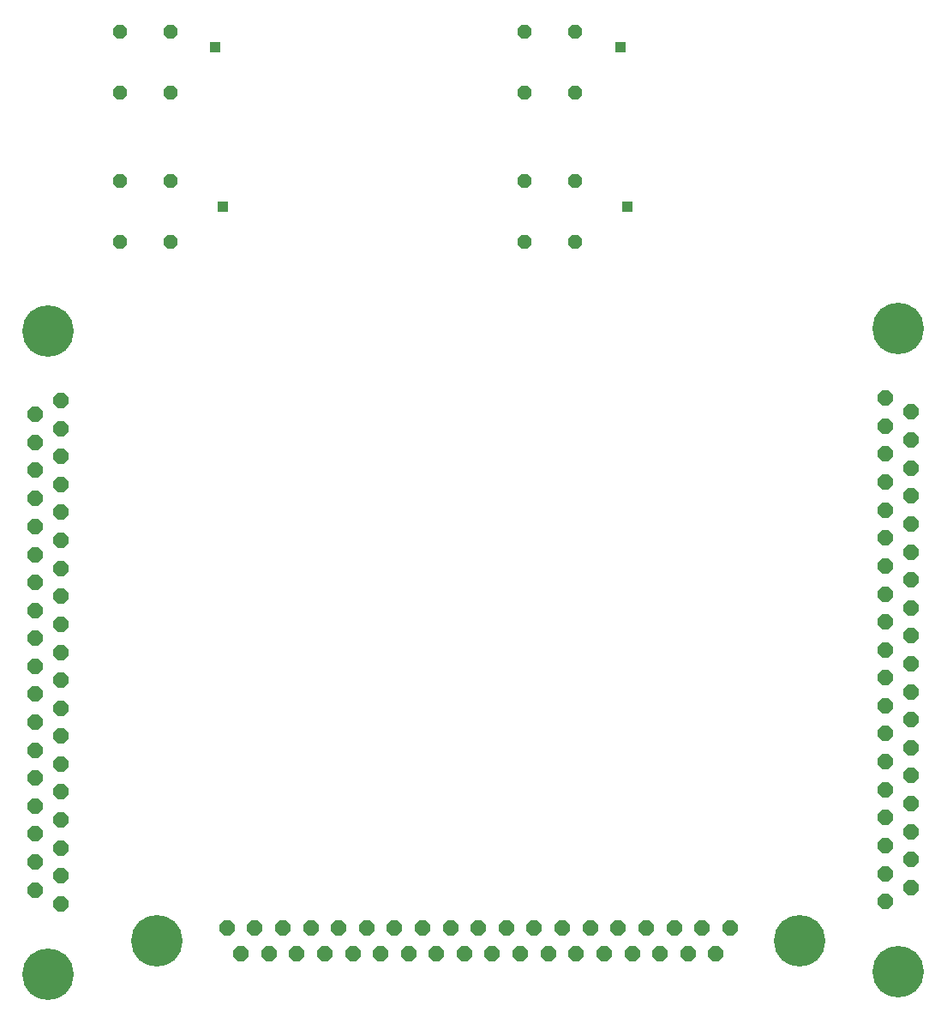
<source format=gbs>
G75*
%MOIN*%
%OFA0B0*%
%FSLAX25Y25*%
%IPPOS*%
%LPD*%
%AMOC8*
5,1,8,0,0,1.08239X$1,22.5*
%
%ADD10OC8,0.05200*%
%ADD11OC8,0.06000*%
%ADD12C,0.20000*%
%ADD13R,0.04362X0.04362*%
D10*
X0098177Y0341965D03*
X0117777Y0341965D03*
X0117777Y0365565D03*
X0098177Y0365565D03*
X0098177Y0400075D03*
X0117777Y0400075D03*
X0117777Y0423675D03*
X0098177Y0423675D03*
X0255657Y0423675D03*
X0275257Y0423675D03*
X0275257Y0400075D03*
X0255657Y0400075D03*
X0255657Y0365565D03*
X0275257Y0365565D03*
X0275257Y0341965D03*
X0255657Y0341965D03*
D11*
X0396009Y0281289D03*
X0396009Y0270389D03*
X0406009Y0264989D03*
X0406009Y0275889D03*
X0396009Y0259589D03*
X0396009Y0248689D03*
X0406009Y0254089D03*
X0406009Y0243289D03*
X0396009Y0237789D03*
X0396009Y0226989D03*
X0406009Y0232389D03*
X0406009Y0221489D03*
X0396009Y0216089D03*
X0396009Y0205189D03*
X0396009Y0194389D03*
X0406009Y0199789D03*
X0406009Y0210689D03*
X0406009Y0188889D03*
X0406009Y0178089D03*
X0396009Y0183489D03*
X0396009Y0172589D03*
X0406009Y0167189D03*
X0406009Y0156289D03*
X0396009Y0150889D03*
X0396009Y0161789D03*
X0406009Y0145389D03*
X0406009Y0134589D03*
X0406009Y0123689D03*
X0396009Y0129089D03*
X0396009Y0139989D03*
X0396009Y0118289D03*
X0396009Y0107389D03*
X0406009Y0112789D03*
X0406009Y0101989D03*
X0396009Y0096489D03*
X0396009Y0085689D03*
X0406009Y0091089D03*
X0335423Y0075300D03*
X0324523Y0075300D03*
X0313723Y0075300D03*
X0302823Y0075300D03*
X0291923Y0075300D03*
X0281123Y0075300D03*
X0270223Y0075300D03*
X0259323Y0075300D03*
X0248523Y0075300D03*
X0237623Y0075300D03*
X0226723Y0075300D03*
X0215923Y0075300D03*
X0205023Y0075300D03*
X0194123Y0075300D03*
X0183223Y0075300D03*
X0172423Y0075300D03*
X0161523Y0075300D03*
X0150623Y0075300D03*
X0139823Y0075300D03*
X0145223Y0065300D03*
X0156123Y0065300D03*
X0166923Y0065300D03*
X0177823Y0065300D03*
X0188723Y0065300D03*
X0199623Y0065300D03*
X0210423Y0065300D03*
X0221323Y0065300D03*
X0232223Y0065300D03*
X0243023Y0065300D03*
X0253923Y0065300D03*
X0264823Y0065300D03*
X0275623Y0065300D03*
X0286523Y0065300D03*
X0297423Y0065300D03*
X0308223Y0065300D03*
X0319123Y0065300D03*
X0330023Y0065300D03*
X0075300Y0084705D03*
X0075300Y0095605D03*
X0065300Y0101005D03*
X0065300Y0090105D03*
X0075300Y0106405D03*
X0075300Y0117305D03*
X0065300Y0122705D03*
X0065300Y0111905D03*
X0075300Y0128205D03*
X0075300Y0139005D03*
X0075300Y0149905D03*
X0065300Y0155305D03*
X0065300Y0166205D03*
X0075300Y0171605D03*
X0075300Y0160805D03*
X0065300Y0177105D03*
X0065300Y0187905D03*
X0075300Y0182505D03*
X0075300Y0193405D03*
X0065300Y0198805D03*
X0065300Y0209705D03*
X0065300Y0220505D03*
X0075300Y0215105D03*
X0075300Y0204205D03*
X0075300Y0226005D03*
X0075300Y0236905D03*
X0065300Y0242305D03*
X0065300Y0231405D03*
X0075300Y0247705D03*
X0075300Y0258605D03*
X0065300Y0264005D03*
X0065300Y0253205D03*
X0075300Y0269505D03*
X0075300Y0280305D03*
X0065300Y0274905D03*
X0065300Y0144505D03*
X0065300Y0133605D03*
D12*
X0070300Y0057505D03*
X0112623Y0070300D03*
X0362623Y0070300D03*
X0401009Y0058489D03*
X0401009Y0308489D03*
X0070300Y0307505D03*
D13*
X0138213Y0355733D03*
X0135261Y0417741D03*
X0292741Y0417741D03*
X0295694Y0355733D03*
M02*

</source>
